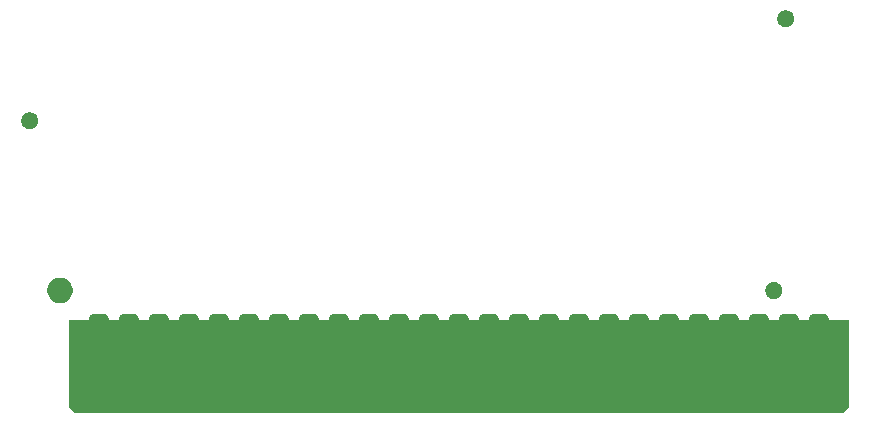
<source format=gbs>
G04 #@! TF.GenerationSoftware,KiCad,Pcbnew,(5.1.5-0-10_14)*
G04 #@! TF.CreationDate,2020-09-29T19:44:57-04:00*
G04 #@! TF.ProjectId,RAM128,52414d31-3238-42e6-9b69-6361645f7063,rev?*
G04 #@! TF.SameCoordinates,Original*
G04 #@! TF.FileFunction,Soldermask,Bot*
G04 #@! TF.FilePolarity,Negative*
%FSLAX46Y46*%
G04 Gerber Fmt 4.6, Leading zero omitted, Abs format (unit mm)*
G04 Created by KiCad (PCBNEW (5.1.5-0-10_14)) date 2020-09-29 19:44:57*
%MOMM*%
%LPD*%
G04 APERTURE LIST*
%ADD10C,0.100000*%
G04 APERTURE END LIST*
D10*
G36*
X139700000Y-139446000D02*
G01*
X139192000Y-139954000D01*
X74168000Y-139954000D01*
X73660000Y-139446000D01*
X73660000Y-132080000D01*
X139700000Y-132080000D01*
X139700000Y-139446000D01*
G37*
G36*
X137686355Y-131543544D02*
G01*
X137758967Y-131565570D01*
X137825881Y-131601336D01*
X137884531Y-131649469D01*
X137932664Y-131708119D01*
X137968430Y-131775033D01*
X137990456Y-131847645D01*
X137998200Y-131926267D01*
X137998200Y-138637733D01*
X137990456Y-138716355D01*
X137968430Y-138788967D01*
X137932664Y-138855881D01*
X137884531Y-138914531D01*
X137825881Y-138962664D01*
X137758967Y-138998430D01*
X137686355Y-139020456D01*
X137607733Y-139028200D01*
X136712267Y-139028200D01*
X136633645Y-139020456D01*
X136561033Y-138998430D01*
X136494119Y-138962664D01*
X136435469Y-138914531D01*
X136387336Y-138855881D01*
X136351570Y-138788967D01*
X136329544Y-138716355D01*
X136321800Y-138637733D01*
X136321800Y-131926267D01*
X136329544Y-131847645D01*
X136351570Y-131775033D01*
X136387336Y-131708119D01*
X136435469Y-131649469D01*
X136494119Y-131601336D01*
X136561033Y-131565570D01*
X136633645Y-131543544D01*
X136712267Y-131535800D01*
X137607733Y-131535800D01*
X137686355Y-131543544D01*
G37*
G36*
X135146355Y-131543544D02*
G01*
X135218967Y-131565570D01*
X135285881Y-131601336D01*
X135344531Y-131649469D01*
X135392664Y-131708119D01*
X135428430Y-131775033D01*
X135450456Y-131847645D01*
X135458200Y-131926267D01*
X135458200Y-138637733D01*
X135450456Y-138716355D01*
X135428430Y-138788967D01*
X135392664Y-138855881D01*
X135344531Y-138914531D01*
X135285881Y-138962664D01*
X135218967Y-138998430D01*
X135146355Y-139020456D01*
X135067733Y-139028200D01*
X134172267Y-139028200D01*
X134093645Y-139020456D01*
X134021033Y-138998430D01*
X133954119Y-138962664D01*
X133895469Y-138914531D01*
X133847336Y-138855881D01*
X133811570Y-138788967D01*
X133789544Y-138716355D01*
X133781800Y-138637733D01*
X133781800Y-131926267D01*
X133789544Y-131847645D01*
X133811570Y-131775033D01*
X133847336Y-131708119D01*
X133895469Y-131649469D01*
X133954119Y-131601336D01*
X134021033Y-131565570D01*
X134093645Y-131543544D01*
X134172267Y-131535800D01*
X135067733Y-131535800D01*
X135146355Y-131543544D01*
G37*
G36*
X132606355Y-131543544D02*
G01*
X132678967Y-131565570D01*
X132745881Y-131601336D01*
X132804531Y-131649469D01*
X132852664Y-131708119D01*
X132888430Y-131775033D01*
X132910456Y-131847645D01*
X132918200Y-131926267D01*
X132918200Y-138637733D01*
X132910456Y-138716355D01*
X132888430Y-138788967D01*
X132852664Y-138855881D01*
X132804531Y-138914531D01*
X132745881Y-138962664D01*
X132678967Y-138998430D01*
X132606355Y-139020456D01*
X132527733Y-139028200D01*
X131632267Y-139028200D01*
X131553645Y-139020456D01*
X131481033Y-138998430D01*
X131414119Y-138962664D01*
X131355469Y-138914531D01*
X131307336Y-138855881D01*
X131271570Y-138788967D01*
X131249544Y-138716355D01*
X131241800Y-138637733D01*
X131241800Y-131926267D01*
X131249544Y-131847645D01*
X131271570Y-131775033D01*
X131307336Y-131708119D01*
X131355469Y-131649469D01*
X131414119Y-131601336D01*
X131481033Y-131565570D01*
X131553645Y-131543544D01*
X131632267Y-131535800D01*
X132527733Y-131535800D01*
X132606355Y-131543544D01*
G37*
G36*
X130066355Y-131543544D02*
G01*
X130138967Y-131565570D01*
X130205881Y-131601336D01*
X130264531Y-131649469D01*
X130312664Y-131708119D01*
X130348430Y-131775033D01*
X130370456Y-131847645D01*
X130378200Y-131926267D01*
X130378200Y-138637733D01*
X130370456Y-138716355D01*
X130348430Y-138788967D01*
X130312664Y-138855881D01*
X130264531Y-138914531D01*
X130205881Y-138962664D01*
X130138967Y-138998430D01*
X130066355Y-139020456D01*
X129987733Y-139028200D01*
X129092267Y-139028200D01*
X129013645Y-139020456D01*
X128941033Y-138998430D01*
X128874119Y-138962664D01*
X128815469Y-138914531D01*
X128767336Y-138855881D01*
X128731570Y-138788967D01*
X128709544Y-138716355D01*
X128701800Y-138637733D01*
X128701800Y-131926267D01*
X128709544Y-131847645D01*
X128731570Y-131775033D01*
X128767336Y-131708119D01*
X128815469Y-131649469D01*
X128874119Y-131601336D01*
X128941033Y-131565570D01*
X129013645Y-131543544D01*
X129092267Y-131535800D01*
X129987733Y-131535800D01*
X130066355Y-131543544D01*
G37*
G36*
X127526355Y-131543544D02*
G01*
X127598967Y-131565570D01*
X127665881Y-131601336D01*
X127724531Y-131649469D01*
X127772664Y-131708119D01*
X127808430Y-131775033D01*
X127830456Y-131847645D01*
X127838200Y-131926267D01*
X127838200Y-138637733D01*
X127830456Y-138716355D01*
X127808430Y-138788967D01*
X127772664Y-138855881D01*
X127724531Y-138914531D01*
X127665881Y-138962664D01*
X127598967Y-138998430D01*
X127526355Y-139020456D01*
X127447733Y-139028200D01*
X126552267Y-139028200D01*
X126473645Y-139020456D01*
X126401033Y-138998430D01*
X126334119Y-138962664D01*
X126275469Y-138914531D01*
X126227336Y-138855881D01*
X126191570Y-138788967D01*
X126169544Y-138716355D01*
X126161800Y-138637733D01*
X126161800Y-131926267D01*
X126169544Y-131847645D01*
X126191570Y-131775033D01*
X126227336Y-131708119D01*
X126275469Y-131649469D01*
X126334119Y-131601336D01*
X126401033Y-131565570D01*
X126473645Y-131543544D01*
X126552267Y-131535800D01*
X127447733Y-131535800D01*
X127526355Y-131543544D01*
G37*
G36*
X124986355Y-131543544D02*
G01*
X125058967Y-131565570D01*
X125125881Y-131601336D01*
X125184531Y-131649469D01*
X125232664Y-131708119D01*
X125268430Y-131775033D01*
X125290456Y-131847645D01*
X125298200Y-131926267D01*
X125298200Y-138637733D01*
X125290456Y-138716355D01*
X125268430Y-138788967D01*
X125232664Y-138855881D01*
X125184531Y-138914531D01*
X125125881Y-138962664D01*
X125058967Y-138998430D01*
X124986355Y-139020456D01*
X124907733Y-139028200D01*
X124012267Y-139028200D01*
X123933645Y-139020456D01*
X123861033Y-138998430D01*
X123794119Y-138962664D01*
X123735469Y-138914531D01*
X123687336Y-138855881D01*
X123651570Y-138788967D01*
X123629544Y-138716355D01*
X123621800Y-138637733D01*
X123621800Y-131926267D01*
X123629544Y-131847645D01*
X123651570Y-131775033D01*
X123687336Y-131708119D01*
X123735469Y-131649469D01*
X123794119Y-131601336D01*
X123861033Y-131565570D01*
X123933645Y-131543544D01*
X124012267Y-131535800D01*
X124907733Y-131535800D01*
X124986355Y-131543544D01*
G37*
G36*
X122446355Y-131543544D02*
G01*
X122518967Y-131565570D01*
X122585881Y-131601336D01*
X122644531Y-131649469D01*
X122692664Y-131708119D01*
X122728430Y-131775033D01*
X122750456Y-131847645D01*
X122758200Y-131926267D01*
X122758200Y-138637733D01*
X122750456Y-138716355D01*
X122728430Y-138788967D01*
X122692664Y-138855881D01*
X122644531Y-138914531D01*
X122585881Y-138962664D01*
X122518967Y-138998430D01*
X122446355Y-139020456D01*
X122367733Y-139028200D01*
X121472267Y-139028200D01*
X121393645Y-139020456D01*
X121321033Y-138998430D01*
X121254119Y-138962664D01*
X121195469Y-138914531D01*
X121147336Y-138855881D01*
X121111570Y-138788967D01*
X121089544Y-138716355D01*
X121081800Y-138637733D01*
X121081800Y-131926267D01*
X121089544Y-131847645D01*
X121111570Y-131775033D01*
X121147336Y-131708119D01*
X121195469Y-131649469D01*
X121254119Y-131601336D01*
X121321033Y-131565570D01*
X121393645Y-131543544D01*
X121472267Y-131535800D01*
X122367733Y-131535800D01*
X122446355Y-131543544D01*
G37*
G36*
X119906355Y-131543544D02*
G01*
X119978967Y-131565570D01*
X120045881Y-131601336D01*
X120104531Y-131649469D01*
X120152664Y-131708119D01*
X120188430Y-131775033D01*
X120210456Y-131847645D01*
X120218200Y-131926267D01*
X120218200Y-138637733D01*
X120210456Y-138716355D01*
X120188430Y-138788967D01*
X120152664Y-138855881D01*
X120104531Y-138914531D01*
X120045881Y-138962664D01*
X119978967Y-138998430D01*
X119906355Y-139020456D01*
X119827733Y-139028200D01*
X118932267Y-139028200D01*
X118853645Y-139020456D01*
X118781033Y-138998430D01*
X118714119Y-138962664D01*
X118655469Y-138914531D01*
X118607336Y-138855881D01*
X118571570Y-138788967D01*
X118549544Y-138716355D01*
X118541800Y-138637733D01*
X118541800Y-131926267D01*
X118549544Y-131847645D01*
X118571570Y-131775033D01*
X118607336Y-131708119D01*
X118655469Y-131649469D01*
X118714119Y-131601336D01*
X118781033Y-131565570D01*
X118853645Y-131543544D01*
X118932267Y-131535800D01*
X119827733Y-131535800D01*
X119906355Y-131543544D01*
G37*
G36*
X117366355Y-131543544D02*
G01*
X117438967Y-131565570D01*
X117505881Y-131601336D01*
X117564531Y-131649469D01*
X117612664Y-131708119D01*
X117648430Y-131775033D01*
X117670456Y-131847645D01*
X117678200Y-131926267D01*
X117678200Y-138637733D01*
X117670456Y-138716355D01*
X117648430Y-138788967D01*
X117612664Y-138855881D01*
X117564531Y-138914531D01*
X117505881Y-138962664D01*
X117438967Y-138998430D01*
X117366355Y-139020456D01*
X117287733Y-139028200D01*
X116392267Y-139028200D01*
X116313645Y-139020456D01*
X116241033Y-138998430D01*
X116174119Y-138962664D01*
X116115469Y-138914531D01*
X116067336Y-138855881D01*
X116031570Y-138788967D01*
X116009544Y-138716355D01*
X116001800Y-138637733D01*
X116001800Y-131926267D01*
X116009544Y-131847645D01*
X116031570Y-131775033D01*
X116067336Y-131708119D01*
X116115469Y-131649469D01*
X116174119Y-131601336D01*
X116241033Y-131565570D01*
X116313645Y-131543544D01*
X116392267Y-131535800D01*
X117287733Y-131535800D01*
X117366355Y-131543544D01*
G37*
G36*
X114826355Y-131543544D02*
G01*
X114898967Y-131565570D01*
X114965881Y-131601336D01*
X115024531Y-131649469D01*
X115072664Y-131708119D01*
X115108430Y-131775033D01*
X115130456Y-131847645D01*
X115138200Y-131926267D01*
X115138200Y-138637733D01*
X115130456Y-138716355D01*
X115108430Y-138788967D01*
X115072664Y-138855881D01*
X115024531Y-138914531D01*
X114965881Y-138962664D01*
X114898967Y-138998430D01*
X114826355Y-139020456D01*
X114747733Y-139028200D01*
X113852267Y-139028200D01*
X113773645Y-139020456D01*
X113701033Y-138998430D01*
X113634119Y-138962664D01*
X113575469Y-138914531D01*
X113527336Y-138855881D01*
X113491570Y-138788967D01*
X113469544Y-138716355D01*
X113461800Y-138637733D01*
X113461800Y-131926267D01*
X113469544Y-131847645D01*
X113491570Y-131775033D01*
X113527336Y-131708119D01*
X113575469Y-131649469D01*
X113634119Y-131601336D01*
X113701033Y-131565570D01*
X113773645Y-131543544D01*
X113852267Y-131535800D01*
X114747733Y-131535800D01*
X114826355Y-131543544D01*
G37*
G36*
X112286355Y-131543544D02*
G01*
X112358967Y-131565570D01*
X112425881Y-131601336D01*
X112484531Y-131649469D01*
X112532664Y-131708119D01*
X112568430Y-131775033D01*
X112590456Y-131847645D01*
X112598200Y-131926267D01*
X112598200Y-138637733D01*
X112590456Y-138716355D01*
X112568430Y-138788967D01*
X112532664Y-138855881D01*
X112484531Y-138914531D01*
X112425881Y-138962664D01*
X112358967Y-138998430D01*
X112286355Y-139020456D01*
X112207733Y-139028200D01*
X111312267Y-139028200D01*
X111233645Y-139020456D01*
X111161033Y-138998430D01*
X111094119Y-138962664D01*
X111035469Y-138914531D01*
X110987336Y-138855881D01*
X110951570Y-138788967D01*
X110929544Y-138716355D01*
X110921800Y-138637733D01*
X110921800Y-131926267D01*
X110929544Y-131847645D01*
X110951570Y-131775033D01*
X110987336Y-131708119D01*
X111035469Y-131649469D01*
X111094119Y-131601336D01*
X111161033Y-131565570D01*
X111233645Y-131543544D01*
X111312267Y-131535800D01*
X112207733Y-131535800D01*
X112286355Y-131543544D01*
G37*
G36*
X109746355Y-131543544D02*
G01*
X109818967Y-131565570D01*
X109885881Y-131601336D01*
X109944531Y-131649469D01*
X109992664Y-131708119D01*
X110028430Y-131775033D01*
X110050456Y-131847645D01*
X110058200Y-131926267D01*
X110058200Y-138637733D01*
X110050456Y-138716355D01*
X110028430Y-138788967D01*
X109992664Y-138855881D01*
X109944531Y-138914531D01*
X109885881Y-138962664D01*
X109818967Y-138998430D01*
X109746355Y-139020456D01*
X109667733Y-139028200D01*
X108772267Y-139028200D01*
X108693645Y-139020456D01*
X108621033Y-138998430D01*
X108554119Y-138962664D01*
X108495469Y-138914531D01*
X108447336Y-138855881D01*
X108411570Y-138788967D01*
X108389544Y-138716355D01*
X108381800Y-138637733D01*
X108381800Y-131926267D01*
X108389544Y-131847645D01*
X108411570Y-131775033D01*
X108447336Y-131708119D01*
X108495469Y-131649469D01*
X108554119Y-131601336D01*
X108621033Y-131565570D01*
X108693645Y-131543544D01*
X108772267Y-131535800D01*
X109667733Y-131535800D01*
X109746355Y-131543544D01*
G37*
G36*
X107206355Y-131543544D02*
G01*
X107278967Y-131565570D01*
X107345881Y-131601336D01*
X107404531Y-131649469D01*
X107452664Y-131708119D01*
X107488430Y-131775033D01*
X107510456Y-131847645D01*
X107518200Y-131926267D01*
X107518200Y-138637733D01*
X107510456Y-138716355D01*
X107488430Y-138788967D01*
X107452664Y-138855881D01*
X107404531Y-138914531D01*
X107345881Y-138962664D01*
X107278967Y-138998430D01*
X107206355Y-139020456D01*
X107127733Y-139028200D01*
X106232267Y-139028200D01*
X106153645Y-139020456D01*
X106081033Y-138998430D01*
X106014119Y-138962664D01*
X105955469Y-138914531D01*
X105907336Y-138855881D01*
X105871570Y-138788967D01*
X105849544Y-138716355D01*
X105841800Y-138637733D01*
X105841800Y-131926267D01*
X105849544Y-131847645D01*
X105871570Y-131775033D01*
X105907336Y-131708119D01*
X105955469Y-131649469D01*
X106014119Y-131601336D01*
X106081033Y-131565570D01*
X106153645Y-131543544D01*
X106232267Y-131535800D01*
X107127733Y-131535800D01*
X107206355Y-131543544D01*
G37*
G36*
X104666355Y-131543544D02*
G01*
X104738967Y-131565570D01*
X104805881Y-131601336D01*
X104864531Y-131649469D01*
X104912664Y-131708119D01*
X104948430Y-131775033D01*
X104970456Y-131847645D01*
X104978200Y-131926267D01*
X104978200Y-138637733D01*
X104970456Y-138716355D01*
X104948430Y-138788967D01*
X104912664Y-138855881D01*
X104864531Y-138914531D01*
X104805881Y-138962664D01*
X104738967Y-138998430D01*
X104666355Y-139020456D01*
X104587733Y-139028200D01*
X103692267Y-139028200D01*
X103613645Y-139020456D01*
X103541033Y-138998430D01*
X103474119Y-138962664D01*
X103415469Y-138914531D01*
X103367336Y-138855881D01*
X103331570Y-138788967D01*
X103309544Y-138716355D01*
X103301800Y-138637733D01*
X103301800Y-131926267D01*
X103309544Y-131847645D01*
X103331570Y-131775033D01*
X103367336Y-131708119D01*
X103415469Y-131649469D01*
X103474119Y-131601336D01*
X103541033Y-131565570D01*
X103613645Y-131543544D01*
X103692267Y-131535800D01*
X104587733Y-131535800D01*
X104666355Y-131543544D01*
G37*
G36*
X102126355Y-131543544D02*
G01*
X102198967Y-131565570D01*
X102265881Y-131601336D01*
X102324531Y-131649469D01*
X102372664Y-131708119D01*
X102408430Y-131775033D01*
X102430456Y-131847645D01*
X102438200Y-131926267D01*
X102438200Y-138637733D01*
X102430456Y-138716355D01*
X102408430Y-138788967D01*
X102372664Y-138855881D01*
X102324531Y-138914531D01*
X102265881Y-138962664D01*
X102198967Y-138998430D01*
X102126355Y-139020456D01*
X102047733Y-139028200D01*
X101152267Y-139028200D01*
X101073645Y-139020456D01*
X101001033Y-138998430D01*
X100934119Y-138962664D01*
X100875469Y-138914531D01*
X100827336Y-138855881D01*
X100791570Y-138788967D01*
X100769544Y-138716355D01*
X100761800Y-138637733D01*
X100761800Y-131926267D01*
X100769544Y-131847645D01*
X100791570Y-131775033D01*
X100827336Y-131708119D01*
X100875469Y-131649469D01*
X100934119Y-131601336D01*
X101001033Y-131565570D01*
X101073645Y-131543544D01*
X101152267Y-131535800D01*
X102047733Y-131535800D01*
X102126355Y-131543544D01*
G37*
G36*
X99586355Y-131543544D02*
G01*
X99658967Y-131565570D01*
X99725881Y-131601336D01*
X99784531Y-131649469D01*
X99832664Y-131708119D01*
X99868430Y-131775033D01*
X99890456Y-131847645D01*
X99898200Y-131926267D01*
X99898200Y-138637733D01*
X99890456Y-138716355D01*
X99868430Y-138788967D01*
X99832664Y-138855881D01*
X99784531Y-138914531D01*
X99725881Y-138962664D01*
X99658967Y-138998430D01*
X99586355Y-139020456D01*
X99507733Y-139028200D01*
X98612267Y-139028200D01*
X98533645Y-139020456D01*
X98461033Y-138998430D01*
X98394119Y-138962664D01*
X98335469Y-138914531D01*
X98287336Y-138855881D01*
X98251570Y-138788967D01*
X98229544Y-138716355D01*
X98221800Y-138637733D01*
X98221800Y-131926267D01*
X98229544Y-131847645D01*
X98251570Y-131775033D01*
X98287336Y-131708119D01*
X98335469Y-131649469D01*
X98394119Y-131601336D01*
X98461033Y-131565570D01*
X98533645Y-131543544D01*
X98612267Y-131535800D01*
X99507733Y-131535800D01*
X99586355Y-131543544D01*
G37*
G36*
X97046355Y-131543544D02*
G01*
X97118967Y-131565570D01*
X97185881Y-131601336D01*
X97244531Y-131649469D01*
X97292664Y-131708119D01*
X97328430Y-131775033D01*
X97350456Y-131847645D01*
X97358200Y-131926267D01*
X97358200Y-138637733D01*
X97350456Y-138716355D01*
X97328430Y-138788967D01*
X97292664Y-138855881D01*
X97244531Y-138914531D01*
X97185881Y-138962664D01*
X97118967Y-138998430D01*
X97046355Y-139020456D01*
X96967733Y-139028200D01*
X96072267Y-139028200D01*
X95993645Y-139020456D01*
X95921033Y-138998430D01*
X95854119Y-138962664D01*
X95795469Y-138914531D01*
X95747336Y-138855881D01*
X95711570Y-138788967D01*
X95689544Y-138716355D01*
X95681800Y-138637733D01*
X95681800Y-131926267D01*
X95689544Y-131847645D01*
X95711570Y-131775033D01*
X95747336Y-131708119D01*
X95795469Y-131649469D01*
X95854119Y-131601336D01*
X95921033Y-131565570D01*
X95993645Y-131543544D01*
X96072267Y-131535800D01*
X96967733Y-131535800D01*
X97046355Y-131543544D01*
G37*
G36*
X94506355Y-131543544D02*
G01*
X94578967Y-131565570D01*
X94645881Y-131601336D01*
X94704531Y-131649469D01*
X94752664Y-131708119D01*
X94788430Y-131775033D01*
X94810456Y-131847645D01*
X94818200Y-131926267D01*
X94818200Y-138637733D01*
X94810456Y-138716355D01*
X94788430Y-138788967D01*
X94752664Y-138855881D01*
X94704531Y-138914531D01*
X94645881Y-138962664D01*
X94578967Y-138998430D01*
X94506355Y-139020456D01*
X94427733Y-139028200D01*
X93532267Y-139028200D01*
X93453645Y-139020456D01*
X93381033Y-138998430D01*
X93314119Y-138962664D01*
X93255469Y-138914531D01*
X93207336Y-138855881D01*
X93171570Y-138788967D01*
X93149544Y-138716355D01*
X93141800Y-138637733D01*
X93141800Y-131926267D01*
X93149544Y-131847645D01*
X93171570Y-131775033D01*
X93207336Y-131708119D01*
X93255469Y-131649469D01*
X93314119Y-131601336D01*
X93381033Y-131565570D01*
X93453645Y-131543544D01*
X93532267Y-131535800D01*
X94427733Y-131535800D01*
X94506355Y-131543544D01*
G37*
G36*
X91966355Y-131543544D02*
G01*
X92038967Y-131565570D01*
X92105881Y-131601336D01*
X92164531Y-131649469D01*
X92212664Y-131708119D01*
X92248430Y-131775033D01*
X92270456Y-131847645D01*
X92278200Y-131926267D01*
X92278200Y-138637733D01*
X92270456Y-138716355D01*
X92248430Y-138788967D01*
X92212664Y-138855881D01*
X92164531Y-138914531D01*
X92105881Y-138962664D01*
X92038967Y-138998430D01*
X91966355Y-139020456D01*
X91887733Y-139028200D01*
X90992267Y-139028200D01*
X90913645Y-139020456D01*
X90841033Y-138998430D01*
X90774119Y-138962664D01*
X90715469Y-138914531D01*
X90667336Y-138855881D01*
X90631570Y-138788967D01*
X90609544Y-138716355D01*
X90601800Y-138637733D01*
X90601800Y-131926267D01*
X90609544Y-131847645D01*
X90631570Y-131775033D01*
X90667336Y-131708119D01*
X90715469Y-131649469D01*
X90774119Y-131601336D01*
X90841033Y-131565570D01*
X90913645Y-131543544D01*
X90992267Y-131535800D01*
X91887733Y-131535800D01*
X91966355Y-131543544D01*
G37*
G36*
X89426355Y-131543544D02*
G01*
X89498967Y-131565570D01*
X89565881Y-131601336D01*
X89624531Y-131649469D01*
X89672664Y-131708119D01*
X89708430Y-131775033D01*
X89730456Y-131847645D01*
X89738200Y-131926267D01*
X89738200Y-138637733D01*
X89730456Y-138716355D01*
X89708430Y-138788967D01*
X89672664Y-138855881D01*
X89624531Y-138914531D01*
X89565881Y-138962664D01*
X89498967Y-138998430D01*
X89426355Y-139020456D01*
X89347733Y-139028200D01*
X88452267Y-139028200D01*
X88373645Y-139020456D01*
X88301033Y-138998430D01*
X88234119Y-138962664D01*
X88175469Y-138914531D01*
X88127336Y-138855881D01*
X88091570Y-138788967D01*
X88069544Y-138716355D01*
X88061800Y-138637733D01*
X88061800Y-131926267D01*
X88069544Y-131847645D01*
X88091570Y-131775033D01*
X88127336Y-131708119D01*
X88175469Y-131649469D01*
X88234119Y-131601336D01*
X88301033Y-131565570D01*
X88373645Y-131543544D01*
X88452267Y-131535800D01*
X89347733Y-131535800D01*
X89426355Y-131543544D01*
G37*
G36*
X86886355Y-131543544D02*
G01*
X86958967Y-131565570D01*
X87025881Y-131601336D01*
X87084531Y-131649469D01*
X87132664Y-131708119D01*
X87168430Y-131775033D01*
X87190456Y-131847645D01*
X87198200Y-131926267D01*
X87198200Y-138637733D01*
X87190456Y-138716355D01*
X87168430Y-138788967D01*
X87132664Y-138855881D01*
X87084531Y-138914531D01*
X87025881Y-138962664D01*
X86958967Y-138998430D01*
X86886355Y-139020456D01*
X86807733Y-139028200D01*
X85912267Y-139028200D01*
X85833645Y-139020456D01*
X85761033Y-138998430D01*
X85694119Y-138962664D01*
X85635469Y-138914531D01*
X85587336Y-138855881D01*
X85551570Y-138788967D01*
X85529544Y-138716355D01*
X85521800Y-138637733D01*
X85521800Y-131926267D01*
X85529544Y-131847645D01*
X85551570Y-131775033D01*
X85587336Y-131708119D01*
X85635469Y-131649469D01*
X85694119Y-131601336D01*
X85761033Y-131565570D01*
X85833645Y-131543544D01*
X85912267Y-131535800D01*
X86807733Y-131535800D01*
X86886355Y-131543544D01*
G37*
G36*
X84346355Y-131543544D02*
G01*
X84418967Y-131565570D01*
X84485881Y-131601336D01*
X84544531Y-131649469D01*
X84592664Y-131708119D01*
X84628430Y-131775033D01*
X84650456Y-131847645D01*
X84658200Y-131926267D01*
X84658200Y-138637733D01*
X84650456Y-138716355D01*
X84628430Y-138788967D01*
X84592664Y-138855881D01*
X84544531Y-138914531D01*
X84485881Y-138962664D01*
X84418967Y-138998430D01*
X84346355Y-139020456D01*
X84267733Y-139028200D01*
X83372267Y-139028200D01*
X83293645Y-139020456D01*
X83221033Y-138998430D01*
X83154119Y-138962664D01*
X83095469Y-138914531D01*
X83047336Y-138855881D01*
X83011570Y-138788967D01*
X82989544Y-138716355D01*
X82981800Y-138637733D01*
X82981800Y-131926267D01*
X82989544Y-131847645D01*
X83011570Y-131775033D01*
X83047336Y-131708119D01*
X83095469Y-131649469D01*
X83154119Y-131601336D01*
X83221033Y-131565570D01*
X83293645Y-131543544D01*
X83372267Y-131535800D01*
X84267733Y-131535800D01*
X84346355Y-131543544D01*
G37*
G36*
X81806355Y-131543544D02*
G01*
X81878967Y-131565570D01*
X81945881Y-131601336D01*
X82004531Y-131649469D01*
X82052664Y-131708119D01*
X82088430Y-131775033D01*
X82110456Y-131847645D01*
X82118200Y-131926267D01*
X82118200Y-138637733D01*
X82110456Y-138716355D01*
X82088430Y-138788967D01*
X82052664Y-138855881D01*
X82004531Y-138914531D01*
X81945881Y-138962664D01*
X81878967Y-138998430D01*
X81806355Y-139020456D01*
X81727733Y-139028200D01*
X80832267Y-139028200D01*
X80753645Y-139020456D01*
X80681033Y-138998430D01*
X80614119Y-138962664D01*
X80555469Y-138914531D01*
X80507336Y-138855881D01*
X80471570Y-138788967D01*
X80449544Y-138716355D01*
X80441800Y-138637733D01*
X80441800Y-131926267D01*
X80449544Y-131847645D01*
X80471570Y-131775033D01*
X80507336Y-131708119D01*
X80555469Y-131649469D01*
X80614119Y-131601336D01*
X80681033Y-131565570D01*
X80753645Y-131543544D01*
X80832267Y-131535800D01*
X81727733Y-131535800D01*
X81806355Y-131543544D01*
G37*
G36*
X79266355Y-131543544D02*
G01*
X79338967Y-131565570D01*
X79405881Y-131601336D01*
X79464531Y-131649469D01*
X79512664Y-131708119D01*
X79548430Y-131775033D01*
X79570456Y-131847645D01*
X79578200Y-131926267D01*
X79578200Y-138637733D01*
X79570456Y-138716355D01*
X79548430Y-138788967D01*
X79512664Y-138855881D01*
X79464531Y-138914531D01*
X79405881Y-138962664D01*
X79338967Y-138998430D01*
X79266355Y-139020456D01*
X79187733Y-139028200D01*
X78292267Y-139028200D01*
X78213645Y-139020456D01*
X78141033Y-138998430D01*
X78074119Y-138962664D01*
X78015469Y-138914531D01*
X77967336Y-138855881D01*
X77931570Y-138788967D01*
X77909544Y-138716355D01*
X77901800Y-138637733D01*
X77901800Y-131926267D01*
X77909544Y-131847645D01*
X77931570Y-131775033D01*
X77967336Y-131708119D01*
X78015469Y-131649469D01*
X78074119Y-131601336D01*
X78141033Y-131565570D01*
X78213645Y-131543544D01*
X78292267Y-131535800D01*
X79187733Y-131535800D01*
X79266355Y-131543544D01*
G37*
G36*
X76726355Y-131543544D02*
G01*
X76798967Y-131565570D01*
X76865881Y-131601336D01*
X76924531Y-131649469D01*
X76972664Y-131708119D01*
X77008430Y-131775033D01*
X77030456Y-131847645D01*
X77038200Y-131926267D01*
X77038200Y-138637733D01*
X77030456Y-138716355D01*
X77008430Y-138788967D01*
X76972664Y-138855881D01*
X76924531Y-138914531D01*
X76865881Y-138962664D01*
X76798967Y-138998430D01*
X76726355Y-139020456D01*
X76647733Y-139028200D01*
X75752267Y-139028200D01*
X75673645Y-139020456D01*
X75601033Y-138998430D01*
X75534119Y-138962664D01*
X75475469Y-138914531D01*
X75427336Y-138855881D01*
X75391570Y-138788967D01*
X75369544Y-138716355D01*
X75361800Y-138637733D01*
X75361800Y-131926267D01*
X75369544Y-131847645D01*
X75391570Y-131775033D01*
X75427336Y-131708119D01*
X75475469Y-131649469D01*
X75534119Y-131601336D01*
X75601033Y-131565570D01*
X75673645Y-131543544D01*
X75752267Y-131535800D01*
X76647733Y-131535800D01*
X76726355Y-131543544D01*
G37*
G36*
X73211914Y-128505157D02*
G01*
X73407777Y-128586286D01*
X73584033Y-128704057D01*
X73733943Y-128853967D01*
X73851714Y-129030223D01*
X73932843Y-129226086D01*
X73974200Y-129434004D01*
X73974200Y-129645996D01*
X73932843Y-129853914D01*
X73851714Y-130049777D01*
X73733943Y-130226033D01*
X73584033Y-130375943D01*
X73407777Y-130493714D01*
X73211914Y-130574843D01*
X73003996Y-130616200D01*
X72792004Y-130616200D01*
X72584086Y-130574843D01*
X72388223Y-130493714D01*
X72211967Y-130375943D01*
X72062057Y-130226033D01*
X71944286Y-130049777D01*
X71863157Y-129853914D01*
X71821800Y-129645996D01*
X71821800Y-129434004D01*
X71863157Y-129226086D01*
X71944286Y-129030223D01*
X72062057Y-128853967D01*
X72211967Y-128704057D01*
X72388223Y-128586286D01*
X72584086Y-128505157D01*
X72792004Y-128463800D01*
X73003996Y-128463800D01*
X73211914Y-128505157D01*
G37*
G36*
X133467933Y-128825274D02*
G01*
X133561185Y-128843823D01*
X133692939Y-128898398D01*
X133692940Y-128898399D01*
X133692943Y-128898400D01*
X133811523Y-128977633D01*
X133912367Y-129078477D01*
X133991600Y-129197057D01*
X133991601Y-129197060D01*
X133991602Y-129197061D01*
X134046177Y-129328815D01*
X134074000Y-129468693D01*
X134074000Y-129611307D01*
X134046177Y-129751185D01*
X133991602Y-129882939D01*
X133991600Y-129882943D01*
X133912367Y-130001523D01*
X133811523Y-130102367D01*
X133692943Y-130181600D01*
X133692940Y-130181601D01*
X133692939Y-130181602D01*
X133561185Y-130236177D01*
X133467933Y-130254726D01*
X133421308Y-130264000D01*
X133278692Y-130264000D01*
X133232067Y-130254726D01*
X133138815Y-130236177D01*
X133007061Y-130181602D01*
X133007060Y-130181601D01*
X133007057Y-130181600D01*
X132888477Y-130102367D01*
X132787633Y-130001523D01*
X132708400Y-129882943D01*
X132708398Y-129882939D01*
X132653823Y-129751185D01*
X132626000Y-129611307D01*
X132626000Y-129468693D01*
X132653823Y-129328815D01*
X132708398Y-129197061D01*
X132708399Y-129197060D01*
X132708400Y-129197057D01*
X132787633Y-129078477D01*
X132888477Y-128977633D01*
X133007057Y-128898400D01*
X133007060Y-128898399D01*
X133007061Y-128898398D01*
X133138815Y-128843823D01*
X133232067Y-128825274D01*
X133278692Y-128816000D01*
X133421308Y-128816000D01*
X133467933Y-128825274D01*
G37*
G36*
X70475933Y-114474274D02*
G01*
X70569185Y-114492823D01*
X70700939Y-114547398D01*
X70700940Y-114547399D01*
X70700943Y-114547400D01*
X70819523Y-114626633D01*
X70920367Y-114727477D01*
X70999600Y-114846057D01*
X70999601Y-114846060D01*
X70999602Y-114846061D01*
X71054177Y-114977815D01*
X71082000Y-115117693D01*
X71082000Y-115260307D01*
X71054177Y-115400185D01*
X70999602Y-115531939D01*
X70999600Y-115531943D01*
X70920367Y-115650523D01*
X70819523Y-115751367D01*
X70700943Y-115830600D01*
X70700940Y-115830601D01*
X70700939Y-115830602D01*
X70569185Y-115885177D01*
X70475933Y-115903726D01*
X70429308Y-115913000D01*
X70286692Y-115913000D01*
X70240067Y-115903726D01*
X70146815Y-115885177D01*
X70015061Y-115830602D01*
X70015060Y-115830601D01*
X70015057Y-115830600D01*
X69896477Y-115751367D01*
X69795633Y-115650523D01*
X69716400Y-115531943D01*
X69716398Y-115531939D01*
X69661823Y-115400185D01*
X69634000Y-115260307D01*
X69634000Y-115117693D01*
X69661823Y-114977815D01*
X69716398Y-114846061D01*
X69716399Y-114846060D01*
X69716400Y-114846057D01*
X69795633Y-114727477D01*
X69896477Y-114626633D01*
X70015057Y-114547400D01*
X70015060Y-114547399D01*
X70015061Y-114547398D01*
X70146815Y-114492823D01*
X70240067Y-114474274D01*
X70286692Y-114465000D01*
X70429308Y-114465000D01*
X70475933Y-114474274D01*
G37*
G36*
X134483933Y-105838274D02*
G01*
X134577185Y-105856823D01*
X134708939Y-105911398D01*
X134708940Y-105911399D01*
X134708943Y-105911400D01*
X134827523Y-105990633D01*
X134928367Y-106091477D01*
X135007600Y-106210057D01*
X135007601Y-106210060D01*
X135007602Y-106210061D01*
X135062177Y-106341815D01*
X135090000Y-106481693D01*
X135090000Y-106624307D01*
X135062177Y-106764185D01*
X135007602Y-106895939D01*
X135007600Y-106895943D01*
X134928367Y-107014523D01*
X134827523Y-107115367D01*
X134708943Y-107194600D01*
X134708940Y-107194601D01*
X134708939Y-107194602D01*
X134577185Y-107249177D01*
X134483933Y-107267726D01*
X134437308Y-107277000D01*
X134294692Y-107277000D01*
X134248067Y-107267726D01*
X134154815Y-107249177D01*
X134023061Y-107194602D01*
X134023060Y-107194601D01*
X134023057Y-107194600D01*
X133904477Y-107115367D01*
X133803633Y-107014523D01*
X133724400Y-106895943D01*
X133724398Y-106895939D01*
X133669823Y-106764185D01*
X133642000Y-106624307D01*
X133642000Y-106481693D01*
X133669823Y-106341815D01*
X133724398Y-106210061D01*
X133724399Y-106210060D01*
X133724400Y-106210057D01*
X133803633Y-106091477D01*
X133904477Y-105990633D01*
X134023057Y-105911400D01*
X134023060Y-105911399D01*
X134023061Y-105911398D01*
X134154815Y-105856823D01*
X134248067Y-105838274D01*
X134294692Y-105829000D01*
X134437308Y-105829000D01*
X134483933Y-105838274D01*
G37*
M02*

</source>
